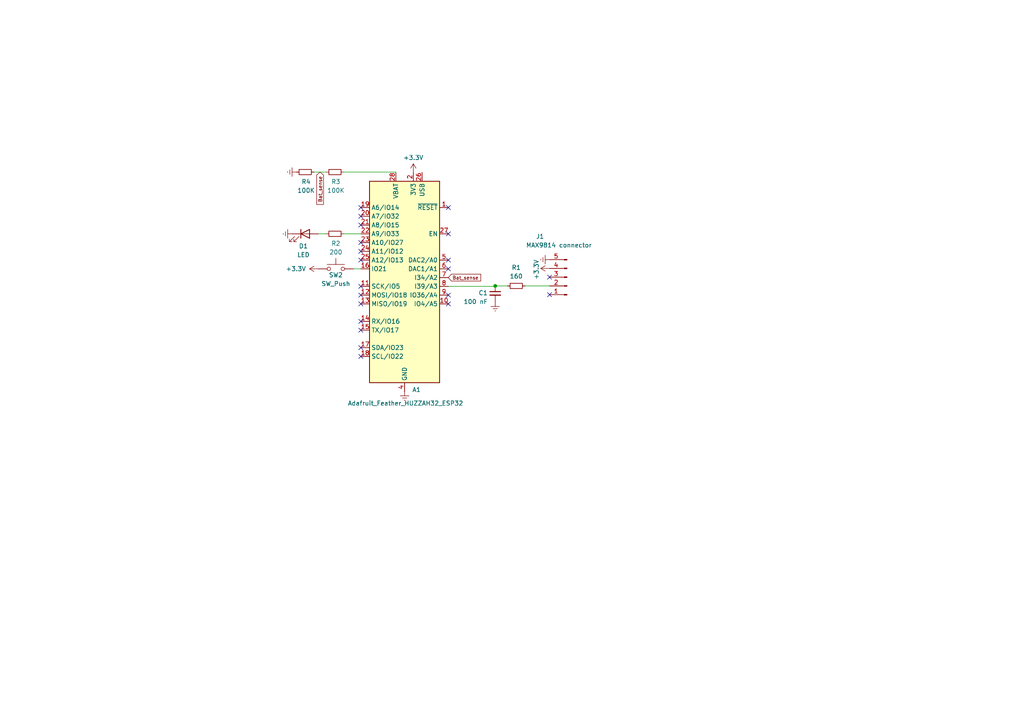
<source format=kicad_sch>
(kicad_sch (version 20230121) (generator eeschema)
  (paper "A4")
  (lib_symbols
    (symbol "Connector:Conn_01x05_Pin" (pin_names (offset 1.016) hide)
      (property "Reference" "J" (at 0 7.62 0))
      (property "Value" "Conn_01x05_Pin" (at 0 -7.62 0))
      (symbol "Conn_01x05_Pin_1_1"
        (polyline (pts (xy 1.27 -5.08) (xy 0.8636 -5.08)) (stroke (width 0.1524)))
        (polyline (pts (xy 1.27 -2.54) (xy 0.8636 -2.54)) (stroke (width 0.1524)))
        (polyline (pts (xy 1.27 0) (xy 0.8636 0)) (stroke (width 0.1524)))
        (polyline (pts (xy 1.27 2.54) (xy 0.8636 2.54)) (stroke (width 0.1524)))
        (polyline (pts (xy 1.27 5.08) (xy 0.8636 5.08)) (stroke (width 0.1524)))
        (rectangle (start 0.8636 -4.953) (end 0 -5.207) (stroke (width 0.1524)) (fill (type outline)))
        (rectangle (start 0.8636 -2.413) (end 0 -2.667) (stroke (width 0.1524)) (fill (type outline)))
        (rectangle (start 0.8636 0.127) (end 0 -0.127) (stroke (width 0.1524)) (fill (type outline)))
        (rectangle (start 0.8636 2.667) (end 0 2.413) (stroke (width 0.1524)) (fill (type outline)))
        (rectangle (start 0.8636 5.207) (end 0 4.953) (stroke (width 0.1524)) (fill (type outline)))
        (pin passive line (at 5.08 5.08 180) (length 3.81) (name "Pin_1") (number "1"))
        (pin passive line (at 5.08 2.54 180) (length 3.81) (name "Pin_2") (number "2"))
        (pin passive line (at 5.08 0 180) (length 3.81) (name "Pin_3") (number "3"))
        (pin passive line (at 5.08 -2.54 180) (length 3.81) (name "Pin_4") (number "4"))
        (pin passive line (at 5.08 -5.08 180) (length 3.81) (name "Pin_5") (number "5"))
      )
    )
    (symbol "Device:C_Small" (pin_numbers hide) (pin_names (offset 0.254) hide)
      (property "Reference" "C" (at 0.254 1.778 0))
      (property "Value" "C_Small" (at 0.254 -2.032 0))
      (symbol "C_Small_0_1"
        (polyline (pts (xy -1.524 -0.508) (xy 1.524 -0.508)) (stroke (width 0.3302)))
        (polyline (pts (xy -1.524 0.508) (xy 1.524 0.508)) (stroke (width 0.3048)))
      )
      (symbol "C_Small_1_1"
        (pin passive line (at 0 2.54 270) (length 2.032) (name "~") (number "1"))
        (pin passive line (at 0 -2.54 90) (length 2.032) (name "~") (number "2"))
      )
    )
    (symbol "Device:LED" (pin_numbers hide) (pin_names (offset 1.016) hide)
      (property "Reference" "D" (at 0 2.54 0))
      (property "Value" "LED" (at 0 -2.54 0))
      (symbol "LED_0_1"
        (polyline (pts (xy -1.27 -1.27) (xy -1.27 1.27)) (stroke (width 0.254)))
        (polyline (pts (xy -1.27 0) (xy 1.27 0)))
        (polyline (pts (xy 1.27 -1.27) (xy 1.27 1.27) (xy -1.27 0) (xy 1.27 -1.27)) (stroke (width 0.254)))
        (polyline (pts (xy -3.048 -0.762) (xy -4.572 -2.286) (xy -3.81 -2.286) (xy -4.572 -2.286) (xy -4.572 -1.524)))
        (polyline (pts (xy -1.778 -0.762) (xy -3.302 -2.286) (xy -2.54 -2.286) (xy -3.302 -2.286) (xy -3.302 -1.524)))
      )
      (symbol "LED_1_1"
        (pin passive line (at -3.81 0 0) (length 2.54) (name "K") (number "1"))
        (pin passive line (at 3.81 0 180) (length 2.54) (name "A") (number "2"))
      )
    )
    (symbol "Device:R_Small" (pin_numbers hide) (pin_names (offset 0.254) hide)
      (property "Reference" "R" (at 0.762 0.508 0))
      (property "Value" "R_Small" (at 0.762 -1.016 0))
      (symbol "R_Small_0_1"
        (rectangle (start -0.762 1.778) (end 0.762 -1.778) (stroke (width 0.2032)))
      )
      (symbol "R_Small_1_1"
        (pin passive line (at 0 2.54 270) (length 0.762) (name "~") (number "1"))
        (pin passive line (at 0 -2.54 90) (length 0.762) (name "~") (number "2"))
      )
    )
    (symbol "MCU_Module:Adafruit_Feather_HUZZAH32_ESP32"
      (property "Reference" "A" (at -10.16 29.21 0))
      (property "Value" "Adafruit_Feather_HUZZAH32_ESP32" (at 2.54 -31.75 0))
      (symbol "Adafruit_Feather_HUZZAH32_ESP32_0_1"
        (rectangle (start -10.16 27.94) (end 10.16 -30.48) (stroke (width 0.254)) (fill (type background)))
      )
      (symbol "Adafruit_Feather_HUZZAH32_ESP32_1_1"
        (pin input line (at 12.7 20.32 180) (length 2.54) (name "~{RESET}") (number "1"))
        (pin bidirectional line (at 12.7 -7.62 180) (length 2.54) (name "IO4/A5") (number "10"))
        (pin bidirectional line (at -12.7 -2.54 0) (length 2.54) (name "SCK/IO5") (number "11"))
        (pin bidirectional line (at -12.7 -5.08 0) (length 2.54) (name "MOSI/IO18") (number "12"))
        (pin bidirectional line (at -12.7 -7.62 0) (length 2.54) (name "MISO/IO19") (number "13"))
        (pin bidirectional line (at -12.7 -12.7 0) (length 2.54) (name "RX/IO16") (number "14"))
        (pin bidirectional line (at -12.7 -15.24 0) (length 2.54) (name "TX/IO17") (number "15"))
        (pin bidirectional line (at -12.7 2.54 0) (length 2.54) (name "IO21") (number "16"))
        (pin bidirectional line (at -12.7 -20.32 0) (length 2.54) (name "SDA/IO23") (number "17"))
        (pin bidirectional line (at -12.7 -22.86 0) (length 2.54) (name "SCL/IO22") (number "18"))
        (pin bidirectional line (at -12.7 20.32 0) (length 2.54) (name "A6/IO14") (number "19"))
        (pin power_in line (at 2.54 30.48 270) (length 2.54) (name "3V3") (number "2"))
        (pin bidirectional line (at -12.7 17.78 0) (length 2.54) (name "A7/IO32") (number "20"))
        (pin bidirectional line (at -12.7 15.24 0) (length 2.54) (name "A8/IO15") (number "21"))
        (pin bidirectional line (at -12.7 12.7 0) (length 2.54) (name "A9/IO33") (number "22"))
        (pin bidirectional line (at -12.7 10.16 0) (length 2.54) (name "A10/IO27") (number "23"))
        (pin bidirectional line (at -12.7 7.62 0) (length 2.54) (name "A11/IO12") (number "24"))
        (pin bidirectional line (at -12.7 5.08 0) (length 2.54) (name "A12/IO13") (number "25"))
        (pin power_in line (at 5.08 30.48 270) (length 2.54) (name "USB") (number "26"))
        (pin input line (at 12.7 12.7 180) (length 2.54) (name "EN") (number "27"))
        (pin power_in line (at -2.54 30.48 270) (length 2.54) (name "VBAT") (number "28"))
        (pin no_connect line (at 10.16 10.16 180) (length 2.54) hide (name "NC") (number "3"))
        (pin power_in line (at 0 -33.02 90) (length 2.54) (name "GND") (number "4"))
        (pin bidirectional line (at 12.7 5.08 180) (length 2.54) (name "DAC2/A0") (number "5"))
        (pin bidirectional line (at 12.7 2.54 180) (length 2.54) (name "DAC1/A1") (number "6"))
        (pin bidirectional line (at 12.7 0 180) (length 2.54) (name "I34/A2") (number "7"))
        (pin bidirectional line (at 12.7 -2.54 180) (length 2.54) (name "I39/A3") (number "8"))
        (pin bidirectional line (at 12.7 -5.08 180) (length 2.54) (name "IO36/A4") (number "9"))
      )
    )
    (symbol "Switch:SW_Push" (pin_numbers hide) (pin_names (offset 1.016) hide)
      (property "Reference" "SW" (at 1.27 2.54 0))
      (property "Value" "SW_Push" (at 0 -1.524 0))
      (symbol "SW_Push_0_1"
        (circle (center -2.032 0) (radius 0.508))
        (polyline (pts (xy 0 1.27) (xy 0 3.048)))
        (polyline (pts (xy 2.54 1.27) (xy -2.54 1.27)))
        (circle (center 2.032 0) (radius 0.508))
        (pin passive line (at -5.08 0 0) (length 2.54) (name "1") (number "1"))
        (pin passive line (at 5.08 0 180) (length 2.54) (name "2") (number "2"))
      )
    )
    (symbol "power:+3.3V" (power) (pin_names (offset 0))
      (property "Value" "+3.3V" (at 0 3.556 0))
      (symbol "+3.3V_0_1"
        (polyline (pts (xy -0.762 1.27) (xy 0 2.54)))
        (polyline (pts (xy 0 0) (xy 0 2.54)))
        (polyline (pts (xy 0 2.54) (xy 0.762 1.27)))
      )
      (symbol "+3.3V_1_1"
        (pin power_in line (at 0 0 90) (length 0) hide (name "+3.3V") (number "1"))
      )
    )
    (symbol "power:Earth" (power) (pin_names (offset 0))
      (symbol "Earth_0_1"
        (polyline (pts (xy -0.635 -1.905) (xy 0.635 -1.905)))
        (polyline (pts (xy -0.127 -2.54) (xy 0.127 -2.54)))
        (polyline (pts (xy 0 -1.27) (xy 0 0)))
        (polyline (pts (xy 1.27 -1.27) (xy -1.27 -1.27)))
      )
      (symbol "Earth_1_1"
        (pin power_in line (at 0 0 270) (length 0) hide (name "Earth") (number "1"))
      )
    )
  )
  (junction (at 143.637 82.931))
  (no_connect (at 130.048 67.818))
  (no_connect (at 104.648 60.198))
  (no_connect (at 104.648 72.898))
  (no_connect (at 130.048 75.438))
  (no_connect (at 104.648 93.218))
  (no_connect (at 104.648 88.138))
  (no_connect (at 104.648 83.058))
  (no_connect (at 104.648 62.738))
  (no_connect (at 104.648 70.358))
  (no_connect (at 130.048 85.598))
  (no_connect (at 130.048 60.198))
  (no_connect (at 104.648 85.598))
  (no_connect (at 104.648 65.278))
  (no_connect (at 104.648 100.838))
  (no_connect (at 104.648 103.378))
  (no_connect (at 104.648 95.758))
  (no_connect (at 159.385 85.471))
  (no_connect (at 130.048 88.138))
  (no_connect (at 130.048 77.978))
  (no_connect (at 104.648 75.438))
  (no_connect (at 159.385 80.391))
  (wire (pts (xy 114.808 49.911) (xy 114.808 50.038)))
  (wire (pts (xy 143.637 82.931) (xy 147.193 82.931)))
  (wire (pts (xy 99.695 67.818) (xy 104.648 67.818)))
  (wire (pts (xy 92.329 67.818) (xy 94.615 67.818)))
  (wire (pts (xy 143.637 82.931) (xy 143.637 83.058)))
  (wire (pts (xy 114.808 49.911) (xy 99.695 49.911)))
  (wire (pts (xy 152.273 82.931) (xy 159.385 82.931)))
  (wire (pts (xy 143.637 82.931) (xy 143.637 82.55)))
  (wire (pts (xy 94.615 49.911) (xy 91.059 49.911)))
  (wire (pts (xy 130.048 83.058) (xy 143.637 83.058)))
  (wire (pts (xy 104.648 77.978) (xy 102.489 77.978)))
  (global_label "Bat_sense" (shape input) (at 92.837 49.911 270) (effects (font (size 1 1))) (property "Intersheetrefs" "${INTERSHEET_REFS}" (effects hide)))
  (global_label "Bat_sense" (shape input) (at 130.048 80.518 0) (effects (font (size 1 1))) (property "Intersheetrefs" "${INTERSHEET_REFS}" (effects hide)))
  (symbol (lib_id "power:Earth") (at 85.979 49.911 270) (unit 1)
    (property "Reference" "#PWR08" (effects hide))
    (property "Value" "Earth" (effects hide))
  )
  (symbol (lib_id "power:+3.3V") (at 159.385 77.851 90) (unit 1)
    (property "Reference" "#PWR05" (effects hide))
    (property "Value" "+3.3V" (at 155.575 81.153 0) (effects (justify left)))
  )
  (symbol (lib_id "Switch:SW_Push") (at 97.409 77.978 0) (unit 1)
    (property "Reference" "SW2" (at 97.409 79.756 0))
    (property "Value" "SW_Push" (at 97.409 82.296 0))
    (property "Footprint" "Button_Switch_THT:SW_PUSH_6mm_H5mm" (effects hide))
  )
  (symbol (lib_id "Device:R_Small") (at 97.155 49.911 270) (mirror x) (unit 1)
    (property "Reference" "R3" (at 97.409 52.705 90))
    (property "Value" "100K" (at 97.409 55.245 90))
    (property "Footprint" "Resistor_SMD:R_0805_2012Metric_Pad1.20x1.40mm_HandSolder" (effects hide))
  )
  (symbol (lib_id "power:Earth") (at 143.637 87.63 0) (unit 1)
    (property "Reference" "#PWR04" (effects hide))
    (property "Value" "Earth" (effects hide))
  )
  (symbol (lib_id "Device:R_Small") (at 88.519 49.911 270) (mirror x) (unit 1)
    (property "Reference" "R4" (at 88.773 52.705 90))
    (property "Value" "100K" (at 88.773 55.245 90))
    (property "Footprint" "Resistor_SMD:R_0805_2012Metric_Pad1.20x1.40mm_HandSolder" (effects hide))
  )
  (symbol (lib_id "power:Earth") (at 159.385 75.311 270) (unit 1)
    (property "Reference" "#PWR06" (effects hide))
    (property "Value" "Earth" (effects hide))
  )
  (symbol (lib_id "power:Earth") (at 117.348 113.538 0) (unit 1)
    (property "Reference" "#PWR03" (effects hide))
    (property "Value" "Earth" (effects hide))
  )
  (symbol (lib_id "Device:R_Small") (at 97.155 67.818 270) (mirror x) (unit 1)
    (property "Reference" "R2" (at 97.409 70.612 90))
    (property "Value" "200" (at 97.409 73.152 90))
    (property "Footprint" "Resistor_SMD:R_0805_2012Metric_Pad1.20x1.40mm_HandSolder" (effects hide))
  )
  (symbol (lib_id "power:+3.3V") (at 92.329 77.978 90) (unit 1)
    (property "Reference" "#PWR02" (effects hide))
    (property "Value" "+3.3V" (at 88.773 77.978 90) (effects (justify left)))
  )
  (symbol (lib_id "power:+3.3V") (at 119.888 50.038 0) (unit 1)
    (property "Reference" "#PWR01" (effects hide))
    (property "Value" "+3.3V" (at 119.888 45.72 0))
  )
  (symbol (lib_id "Device:LED") (at 88.519 67.818 0) (unit 1)
    (property "Reference" "D1" (at 88.011 71.374 0))
    (property "Value" "LED" (at 88.011 73.914 0))
    (property "Footprint" "LED_THT:LED_D4.0mm" (effects hide))
  )
  (symbol (lib_id "power:Earth") (at 84.709 67.818 270) (unit 1)
    (property "Reference" "#PWR07" (effects hide))
    (property "Value" "Earth" (effects hide))
  )
  (symbol (lib_id "Device:R_Small") (at 149.733 82.931 270) (mirror x) (unit 1)
    (property "Reference" "R1" (at 149.733 77.597 90))
    (property "Value" "160" (at 149.733 80.137 90))
    (property "Footprint" "Resistor_SMD:R_0805_2012Metric_Pad1.20x1.40mm_HandSolder" (effects hide))
  )
  (symbol (lib_id "Device:C_Small") (at 143.637 85.09 0) (mirror y) (unit 1)
    (property "Reference" "C1" (at 141.478 84.963 0) (effects (justify left)))
    (property "Value" "100 nF" (at 141.478 87.503 0) (effects (justify left)))
    (property "Footprint" "Capacitor_SMD:C_0805_2012Metric_Pad1.18x1.45mm_HandSolder" (effects hide))
  )
  (symbol (lib_id "MCU_Module:Adafruit_Feather_HUZZAH32_ESP32") (at 117.348 80.518 0) (unit 1)
    (property "Reference" "A1" (at 119.5421 113.03 0) (effects (justify left)))
    (property "Value" "Adafruit_Feather_HUZZAH32_ESP32" (at 100.838 116.967 0) (effects (justify left)))
    (property "Footprint" "Module:Adafruit_Feather" (effects hide))
    (property "Datasheet" "https://cdn-learn.adafruit.com/downloads/pdf/adafruit-huzzah32-esp32-feather.pdf" (effects hide))
  )
  (symbol (lib_id "Connector:Conn_01x05_Pin") (at 164.465 80.391 180) (unit 1)
    (property "Reference" "J1" (at 155.448 68.58 0) (effects (justify right)))
    (property "Value" "MAX9814 connector" (at 152.527 71.12 0) (effects (justify right)))
    (property "Footprint" "Connector_PinHeader_2.54mm:PinHeader_1x05_P2.54mm_Vertical" (effects hide))
  )
)
</source>
